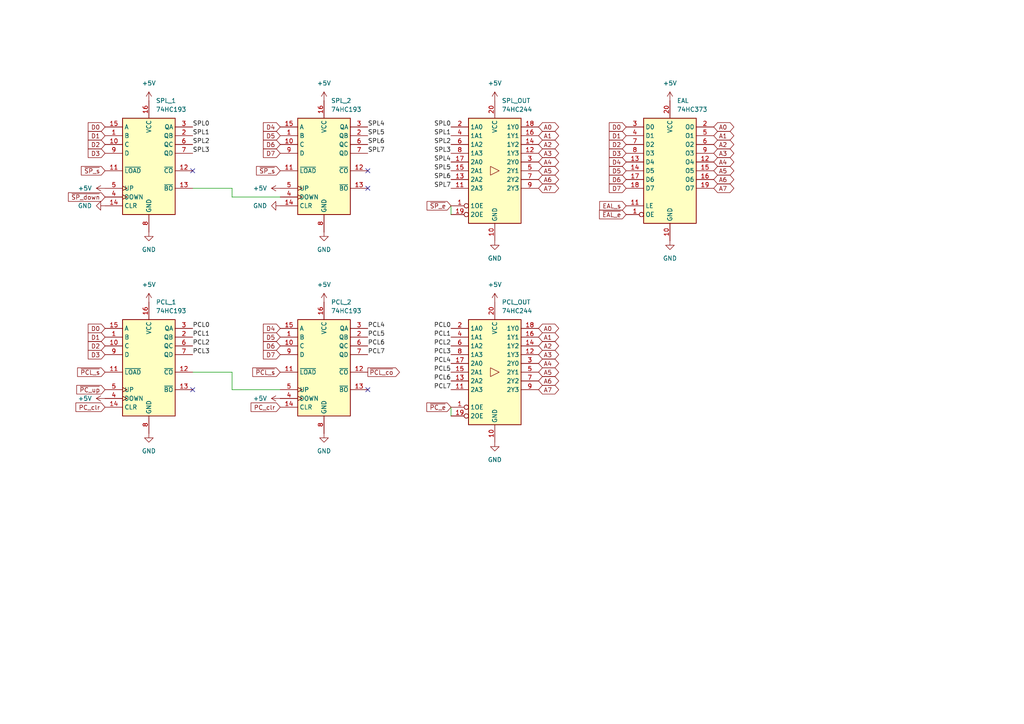
<source format=kicad_sch>
(kicad_sch (version 20211123) (generator eeschema)
  (paper "A4")
  (lib_symbols
    (symbol "74xx:74HC244"
      (property "Reference" "U" (at -7.62 16.51 0))
      (property "Value" "74HC244" (at -7.62 -16.51 0))
      (symbol "74HC244_1_0"
        (polyline (pts (xy 1.27 0) (xy -1.27 1.27) (xy -1.27 -1.27) (xy 1.27 0)) (stroke (width 0.1524)))
        (pin input inverted (at -12.7 -10.16 0) (length 5.08) (name "1OE") (number "1"))
        (pin power_in line (at 0 -20.32 90) (length 5.08) (name "GND") (number "10"))
        (pin input line (at -12.7 -5.08 0) (length 5.08) (name "2A3") (number "11"))
        (pin tri_state line (at 12.7 5.08 180) (length 5.08) (name "1Y3") (number "12"))
        (pin input line (at -12.7 -2.54 0) (length 5.08) (name "2A2") (number "13"))
        (pin tri_state line (at 12.7 7.62 180) (length 5.08) (name "1Y2") (number "14"))
        (pin input line (at -12.7 0 0) (length 5.08) (name "2A1") (number "15"))
        (pin tri_state line (at 12.7 10.16 180) (length 5.08) (name "1Y1") (number "16"))
        (pin input line (at -12.7 2.54 0) (length 5.08) (name "2A0") (number "17"))
        (pin tri_state line (at 12.7 12.7 180) (length 5.08) (name "1Y0") (number "18"))
        (pin input inverted (at -12.7 -12.7 0) (length 5.08) (name "2OE") (number "19"))
        (pin input line (at -12.7 12.7 0) (length 5.08) (name "1A0") (number "2"))
        (pin power_in line (at 0 20.32 270) (length 5.08) (name "VCC") (number "20"))
        (pin tri_state line (at 12.7 2.54 180) (length 5.08) (name "2Y0") (number "3"))
        (pin input line (at -12.7 10.16 0) (length 5.08) (name "1A1") (number "4"))
        (pin tri_state line (at 12.7 0 180) (length 5.08) (name "2Y1") (number "5"))
        (pin input line (at -12.7 7.62 0) (length 5.08) (name "1A2") (number "6"))
        (pin tri_state line (at 12.7 -2.54 180) (length 5.08) (name "2Y2") (number "7"))
        (pin input line (at -12.7 5.08 0) (length 5.08) (name "1A3") (number "8"))
        (pin tri_state line (at 12.7 -5.08 180) (length 5.08) (name "2Y3") (number "9"))
      )
      (symbol "74HC244_1_1"
        (rectangle (start -7.62 15.24) (end 7.62 -15.24) (stroke (width 0.254)) (fill (type background)))
      )
    )
    (symbol "74xx:74HC373"
      (property "Reference" "U" (at -7.62 16.51 0))
      (property "Value" "74HC373" (at -7.62 -16.51 0))
      (symbol "74HC373_1_0"
        (pin input inverted (at -12.7 -12.7 0) (length 5.08) (name "OE") (number "1"))
        (pin power_in line (at 0 -20.32 90) (length 5.08) (name "GND") (number "10"))
        (pin input line (at -12.7 -10.16 0) (length 5.08) (name "LE") (number "11"))
        (pin tri_state line (at 12.7 2.54 180) (length 5.08) (name "O4") (number "12"))
        (pin input line (at -12.7 2.54 0) (length 5.08) (name "D4") (number "13"))
        (pin input line (at -12.7 0 0) (length 5.08) (name "D5") (number "14"))
        (pin tri_state line (at 12.7 0 180) (length 5.08) (name "O5") (number "15"))
        (pin tri_state line (at 12.7 -2.54 180) (length 5.08) (name "O6") (number "16"))
        (pin input line (at -12.7 -2.54 0) (length 5.08) (name "D6") (number "17"))
        (pin input line (at -12.7 -5.08 0) (length 5.08) (name "D7") (number "18"))
        (pin tri_state line (at 12.7 -5.08 180) (length 5.08) (name "O7") (number "19"))
        (pin tri_state line (at 12.7 12.7 180) (length 5.08) (name "O0") (number "2"))
        (pin power_in line (at 0 20.32 270) (length 5.08) (name "VCC") (number "20"))
        (pin input line (at -12.7 12.7 0) (length 5.08) (name "D0") (number "3"))
        (pin input line (at -12.7 10.16 0) (length 5.08) (name "D1") (number "4"))
        (pin tri_state line (at 12.7 10.16 180) (length 5.08) (name "O1") (number "5"))
        (pin tri_state line (at 12.7 7.62 180) (length 5.08) (name "O2") (number "6"))
        (pin input line (at -12.7 7.62 0) (length 5.08) (name "D2") (number "7"))
        (pin input line (at -12.7 5.08 0) (length 5.08) (name "D3") (number "8"))
        (pin tri_state line (at 12.7 5.08 180) (length 5.08) (name "O3") (number "9"))
      )
      (symbol "74HC373_1_1"
        (rectangle (start -7.62 15.24) (end 7.62 -15.24) (stroke (width 0.254)) (fill (type background)))
      )
    )
    (symbol "74xx:74LS193"
      (property "Reference" "U" (at -7.62 13.97 0))
      (property "Value" "74LS193" (at 5.08 13.97 0))
      (symbol "74LS193_1_0"
        (pin input line (at -12.7 7.62 0) (length 5.08) (name "B") (number "1"))
        (pin input line (at -12.7 5.08 0) (length 5.08) (name "C") (number "10"))
        (pin input line (at -12.7 -2.54 0) (length 5.08) (name "~{LOAD}") (number "11"))
        (pin output line (at 12.7 -2.54 180) (length 5.08) (name "~{CO}") (number "12"))
        (pin output line (at 12.7 -7.62 180) (length 5.08) (name "~{BO}") (number "13"))
        (pin input line (at -12.7 -12.7 0) (length 5.08) (name "CLR") (number "14"))
        (pin input line (at -12.7 10.16 0) (length 5.08) (name "A") (number "15"))
        (pin power_in line (at 0 17.78 270) (length 5.08) (name "VCC") (number "16"))
        (pin output line (at 12.7 7.62 180) (length 5.08) (name "QB") (number "2"))
        (pin output line (at 12.7 10.16 180) (length 5.08) (name "QA") (number "3"))
        (pin input clock (at -12.7 -10.16 0) (length 5.08) (name "DOWN") (number "4"))
        (pin input clock (at -12.7 -7.62 0) (length 5.08) (name "UP") (number "5"))
        (pin output line (at 12.7 5.08 180) (length 5.08) (name "QC") (number "6"))
        (pin output line (at 12.7 2.54 180) (length 5.08) (name "QD") (number "7"))
        (pin power_in line (at 0 -20.32 90) (length 5.08) (name "GND") (number "8"))
        (pin input line (at -12.7 2.54 0) (length 5.08) (name "D") (number "9"))
      )
      (symbol "74LS193_1_1"
        (rectangle (start -7.62 12.7) (end 7.62 -15.24) (stroke (width 0.254)) (fill (type background)))
      )
    )
    (symbol "power:+5V" (power) (pin_names (offset 0))
      (property "Value" "+5V" (at 0 3.556 0))
      (symbol "+5V_0_1"
        (polyline (pts (xy -0.762 1.27) (xy 0 2.54)))
        (polyline (pts (xy 0 0) (xy 0 2.54)))
        (polyline (pts (xy 0 2.54) (xy 0.762 1.27)))
      )
      (symbol "+5V_1_1"
        (pin power_in line (at 0 0 90) (length 0) hide (name "+5V") (number "1"))
      )
    )
    (symbol "power:GND" (power) (pin_names (offset 0))
      (property "Value" "GND" (at 0 -3.81 0))
      (symbol "GND_0_1"
        (polyline (pts (xy 0 0) (xy 0 -1.27) (xy 1.27 -1.27) (xy 0 -2.54) (xy -1.27 -1.27) (xy 0 -1.27)))
      )
      (symbol "GND_1_1"
        (pin power_in line (at 0 0 270) (length 0) hide (name "GND") (number "1"))
      )
    )
  )
  (no_connect (at 106.68 49.53))
  (no_connect (at 55.88 49.53))
  (no_connect (at 106.68 54.61))
  (no_connect (at 55.88 113.03))
  (no_connect (at 106.68 113.03))
  (wire (pts (xy 67.31 107.95) (xy 67.31 113.03)))
  (wire (pts (xy 67.31 113.03) (xy 81.28 113.03)))
  (wire (pts (xy 67.31 54.61) (xy 67.31 57.15)))
  (wire (pts (xy 67.31 57.15) (xy 81.28 57.15)))
  (wire (pts (xy 55.88 54.61) (xy 67.31 54.61)))
  (wire (pts (xy 55.88 107.95) (xy 67.31 107.95)))
  (wire (pts (xy 130.81 59.69) (xy 130.81 62.23)))
  (wire (pts (xy 130.81 118.11) (xy 130.81 120.65)))
  (label "PCL4" (at 130.81 105.41 180))
  (label "PCL1" (at 130.81 97.79 180))
  (label "PCL7" (at 130.81 113.03 180))
  (label "PCL2" (at 55.88 100.33 0))
  (label "PCL2" (at 130.81 100.33 180))
  (label "PCL6" (at 106.68 100.33 0))
  (label "PCL3" (at 130.81 102.87 180))
  (label "PCL3" (at 55.88 102.87 0))
  (label "SPL0" (at 55.88 36.83 0))
  (label "SPL7" (at 130.81 54.61 180))
  (label "SPL1" (at 130.81 39.37 180))
  (label "SPL4" (at 106.68 36.83 0))
  (label "SPL3" (at 130.81 44.45 180))
  (label "SPL1" (at 55.88 39.37 0))
  (label "PCL0" (at 55.88 95.25 0))
  (label "PCL5" (at 106.68 97.79 0))
  (label "SPL3" (at 55.88 44.45 0))
  (label "SPL2" (at 55.88 41.91 0))
  (label "PCL5" (at 130.81 107.95 180))
  (label "PCL7" (at 106.68 102.87 0))
  (label "SPL4" (at 130.81 46.99 180))
  (label "SPL2" (at 130.81 41.91 180))
  (label "PCL1" (at 55.88 97.79 0))
  (label "SPL0" (at 130.81 36.83 180))
  (label "PCL0" (at 130.81 95.25 180))
  (label "SPL7" (at 106.68 44.45 0))
  (label "SPL6" (at 106.68 41.91 0))
  (label "SPL5" (at 130.81 49.53 180))
  (label "SPL6" (at 130.81 52.07 180))
  (label "PCL4" (at 106.68 95.25 0))
  (label "PCL6" (at 130.81 110.49 180))
  (label "SPL5" (at 106.68 39.37 0))
  (global_label "EAL_s" (shape input) (at 181.61 59.69 180) (property "Intersheet References" "${INTERSHEET_REFS}" (effects hide)))
  (global_label "A5" (shape tri_state) (at 207.01 49.53 0) (property "Intersheet References" "${INTERSHEET_REFS}" (effects hide)))
  (global_label "A0" (shape tri_state) (at 207.01 36.83 0) (property "Intersheet References" "${INTERSHEET_REFS}" (effects hide)))
  (global_label "D3" (shape input) (at 30.48 44.45 180) (property "Intersheet References" "${INTERSHEET_REFS}" (effects hide)))
  (global_label "A0" (shape tri_state) (at 156.21 95.25 0) (property "Intersheet References" "${INTERSHEET_REFS}" (effects hide)))
  (global_label "A3" (shape tri_state) (at 207.01 44.45 0) (property "Intersheet References" "${INTERSHEET_REFS}" (effects hide)))
  (global_label "~{PC_up}" (shape input) (at 30.48 113.03 180) (property "Intersheet References" "${INTERSHEET_REFS}" (effects hide)))
  (global_label "A7" (shape tri_state) (at 207.01 54.61 0) (property "Intersheet References" "${INTERSHEET_REFS}" (effects hide)))
  (global_label "PC_clr" (shape input) (at 81.28 118.11 180) (property "Intersheet References" "${INTERSHEET_REFS}" (effects hide)))
  (global_label "D6" (shape input) (at 81.28 41.91 180) (property "Intersheet References" "${INTERSHEET_REFS}" (effects hide)))
  (global_label "D5" (shape input) (at 181.61 49.53 180) (property "Intersheet References" "${INTERSHEET_REFS}" (effects hide)))
  (global_label "D0" (shape input) (at 181.61 36.83 180) (property "Intersheet References" "${INTERSHEET_REFS}" (effects hide)))
  (global_label "A2" (shape tri_state) (at 207.01 41.91 0) (property "Intersheet References" "${INTERSHEET_REFS}" (effects hide)))
  (global_label "D5" (shape input) (at 81.28 39.37 180) (property "Intersheet References" "${INTERSHEET_REFS}" (effects hide)))
  (global_label "~{PC_e}" (shape input) (at 130.81 118.11 180) (property "Intersheet References" "${INTERSHEET_REFS}" (effects hide)))
  (global_label "D0" (shape input) (at 30.48 95.25 180) (property "Intersheet References" "${INTERSHEET_REFS}" (effects hide)))
  (global_label "A3" (shape tri_state) (at 156.21 44.45 0) (property "Intersheet References" "${INTERSHEET_REFS}" (effects hide)))
  (global_label "~{PCL_co}" (shape output) (at 106.68 107.95 0) (property "Intersheet References" "${INTERSHEET_REFS}" (effects hide)))
  (global_label "D5" (shape input) (at 81.28 97.79 180) (property "Intersheet References" "${INTERSHEET_REFS}" (effects hide)))
  (global_label "D2" (shape input) (at 30.48 100.33 180) (property "Intersheet References" "${INTERSHEET_REFS}" (effects hide)))
  (global_label "D6" (shape input) (at 81.28 100.33 180) (property "Intersheet References" "${INTERSHEET_REFS}" (effects hide)))
  (global_label "D1" (shape input) (at 30.48 39.37 180) (property "Intersheet References" "${INTERSHEET_REFS}" (effects hide)))
  (global_label "A1" (shape tri_state) (at 207.01 39.37 0) (property "Intersheet References" "${INTERSHEET_REFS}" (effects hide)))
  (global_label "D7" (shape input) (at 81.28 102.87 180) (property "Intersheet References" "${INTERSHEET_REFS}" (effects hide)))
  (global_label "D7" (shape input) (at 181.61 54.61 180) (property "Intersheet References" "${INTERSHEET_REFS}" (effects hide)))
  (global_label "A0" (shape tri_state) (at 156.21 36.83 0) (property "Intersheet References" "${INTERSHEET_REFS}" (effects hide)))
  (global_label "A4" (shape tri_state) (at 207.01 46.99 0) (property "Intersheet References" "${INTERSHEET_REFS}" (effects hide)))
  (global_label "A2" (shape tri_state) (at 156.21 41.91 0) (property "Intersheet References" "${INTERSHEET_REFS}" (effects hide)))
  (global_label "~{SP_down}" (shape input) (at 30.48 57.15 180) (property "Intersheet References" "${INTERSHEET_REFS}" (effects hide)))
  (global_label "D2" (shape input) (at 181.61 41.91 180) (property "Intersheet References" "${INTERSHEET_REFS}" (effects hide)))
  (global_label "A6" (shape tri_state) (at 207.01 52.07 0) (property "Intersheet References" "${INTERSHEET_REFS}" (effects hide)))
  (global_label "D1" (shape input) (at 181.61 39.37 180) (property "Intersheet References" "${INTERSHEET_REFS}" (effects hide)))
  (global_label "D1" (shape input) (at 30.48 97.79 180) (property "Intersheet References" "${INTERSHEET_REFS}" (effects hide)))
  (global_label "D4" (shape input) (at 81.28 36.83 180) (property "Intersheet References" "${INTERSHEET_REFS}" (effects hide)))
  (global_label "~{EAL_e}" (shape input) (at 181.61 62.23 180) (property "Intersheet References" "${INTERSHEET_REFS}" (effects hide)))
  (global_label "D6" (shape input) (at 181.61 52.07 180) (property "Intersheet References" "${INTERSHEET_REFS}" (effects hide)))
  (global_label "~{SP_s}" (shape input) (at 30.48 49.53 180) (property "Intersheet References" "${INTERSHEET_REFS}" (effects hide)))
  (global_label "D7" (shape input) (at 81.28 44.45 180) (property "Intersheet References" "${INTERSHEET_REFS}" (effects hide)))
  (global_label "A6" (shape tri_state) (at 156.21 110.49 0) (property "Intersheet References" "${INTERSHEET_REFS}" (effects hide)))
  (global_label "PC_clr" (shape input) (at 30.48 118.11 180) (property "Intersheet References" "${INTERSHEET_REFS}" (effects hide)))
  (global_label "A1" (shape tri_state) (at 156.21 97.79 0) (property "Intersheet References" "${INTERSHEET_REFS}" (effects hide)))
  (global_label "~{SP_e}" (shape input) (at 130.81 59.69 180) (property "Intersheet References" "${INTERSHEET_REFS}" (effects hide)))
  (global_label "~{PCL_s}" (shape input) (at 30.48 107.95 180) (property "Intersheet References" "${INTERSHEET_REFS}" (effects hide)))
  (global_label "A7" (shape tri_state) (at 156.21 54.61 0) (property "Intersheet References" "${INTERSHEET_REFS}" (effects hide)))
  (global_label "D2" (shape input) (at 30.48 41.91 180) (property "Intersheet References" "${INTERSHEET_REFS}" (effects hide)))
  (global_label "A6" (shape tri_state) (at 156.21 52.07 0) (property "Intersheet References" "${INTERSHEET_REFS}" (effects hide)))
  (global_label "A4" (shape tri_state) (at 156.21 105.41 0) (property "Intersheet References" "${INTERSHEET_REFS}" (effects hide)))
  (global_label "A7" (shape tri_state) (at 156.21 113.03 0) (property "Intersheet References" "${INTERSHEET_REFS}" (effects hide)))
  (global_label "~{PCL_s}" (shape input) (at 81.28 107.95 180) (property "Intersheet References" "${INTERSHEET_REFS}" (effects hide)))
  (global_label "A2" (shape tri_state) (at 156.21 100.33 0) (property "Intersheet References" "${INTERSHEET_REFS}" (effects hide)))
  (global_label "A5" (shape tri_state) (at 156.21 107.95 0) (property "Intersheet References" "${INTERSHEET_REFS}" (effects hide)))
  (global_label "D3" (shape input) (at 181.61 44.45 180) (property "Intersheet References" "${INTERSHEET_REFS}" (effects hide)))
  (global_label "D4" (shape input) (at 81.28 95.25 180) (property "Intersheet References" "${INTERSHEET_REFS}" (effects hide)))
  (global_label "A5" (shape tri_state) (at 156.21 49.53 0) (property "Intersheet References" "${INTERSHEET_REFS}" (effects hide)))
  (global_label "D3" (shape input) (at 30.48 102.87 180) (property "Intersheet References" "${INTERSHEET_REFS}" (effects hide)))
  (global_label "D0" (shape input) (at 30.48 36.83 180) (property "Intersheet References" "${INTERSHEET_REFS}" (effects hide)))
  (global_label "~{SP_s}" (shape input) (at 81.28 49.53 180) (property "Intersheet References" "${INTERSHEET_REFS}" (effects hide)))
  (global_label "A4" (shape tri_state) (at 156.21 46.99 0) (property "Intersheet References" "${INTERSHEET_REFS}" (effects hide)))
  (global_label "A1" (shape tri_state) (at 156.21 39.37 0) (property "Intersheet References" "${INTERSHEET_REFS}" (effects hide)))
  (global_label "D4" (shape input) (at 181.61 46.99 180) (property "Intersheet References" "${INTERSHEET_REFS}" (effects hide)))
  (global_label "A3" (shape tri_state) (at 156.21 102.87 0) (property "Intersheet References" "${INTERSHEET_REFS}" (effects hide)))
  (symbol (lib_id "power:+5V") (at 93.98 29.21 0) (unit 1)
    (property "Reference" "#PWR0157" (effects hide))
    (property "Value" "+5V" (at 93.98 24.13 0))
  )
  (symbol (lib_id "74xx:74HC373") (at 194.31 49.53 0) (unit 1)
    (property "Reference" "EAL" (at 196.3294 29.21 0) (effects (justify left)))
    (property "Value" "74HC373" (at 196.3294 31.75 0) (effects (justify left)))
    (property "Datasheet" "https://www.ti.com/lit/ds/symlink/cd54hc373.pdf" (effects hide))
  )
  (symbol (lib_id "74xx:74LS193") (at 43.18 105.41 0) (unit 1)
    (property "Reference" "PCL_1" (at 45.1994 87.63 0) (effects (justify left)))
    (property "Value" "74HC193" (at 45.1994 90.17 0) (effects (justify left)))
    (property "Datasheet" "http://www.ti.com/lit/ds/symlink/sn74ls193.pdf" (effects hide))
  )
  (symbol (lib_id "power:+5V") (at 81.28 54.61 90) (unit 1)
    (property "Reference" "#PWR0152" (effects hide))
    (property "Value" "+5V" (at 77.47 54.6099 90) (effects (justify left)))
  )
  (symbol (lib_id "power:+5V") (at 194.31 29.21 0) (unit 1)
    (property "Reference" "#PWR0160" (effects hide))
    (property "Value" "+5V" (at 194.31 24.13 0))
  )
  (symbol (lib_id "74xx:74LS193") (at 93.98 105.41 0) (unit 1)
    (property "Reference" "PCL_2" (at 95.9994 87.63 0) (effects (justify left)))
    (property "Value" "74HC193" (at 95.9994 90.17 0) (effects (justify left)))
    (property "Datasheet" "http://www.ti.com/lit/ds/symlink/sn74ls193.pdf" (effects hide))
  )
  (symbol (lib_id "74xx:74HC244") (at 143.51 49.53 0) (unit 1)
    (property "Reference" "SPL_OUT" (at 145.5294 29.21 0) (effects (justify left)))
    (property "Value" "74HC244" (at 145.5294 31.75 0) (effects (justify left)))
    (property "Datasheet" "https://assets.nexperia.com/documents/data-sheet/74HC_HCT244.pdf" (effects hide))
  )
  (symbol (lib_id "power:GND") (at 43.18 125.73 0) (unit 1)
    (property "Reference" "#PWR0164" (effects hide))
    (property "Value" "GND" (at 43.18 130.81 0))
  )
  (symbol (lib_id "power:+5V") (at 143.51 29.21 0) (unit 1)
    (property "Reference" "#PWR0156" (effects hide))
    (property "Value" "+5V" (at 143.51 24.13 0))
  )
  (symbol (lib_id "power:GND") (at 194.31 69.85 0) (unit 1)
    (property "Reference" "#PWR0159" (effects hide))
    (property "Value" "GND" (at 194.31 74.93 0))
  )
  (symbol (lib_id "power:GND") (at 43.18 67.31 0) (unit 1)
    (property "Reference" "#PWR0151" (effects hide))
    (property "Value" "GND" (at 43.18 72.39 0))
  )
  (symbol (lib_id "power:+5V") (at 81.28 115.57 90) (unit 1)
    (property "Reference" "#PWR0166" (effects hide))
    (property "Value" "+5V" (at 77.47 115.5699 90) (effects (justify left)))
  )
  (symbol (lib_id "power:GND") (at 30.48 59.69 270) (unit 1)
    (property "Reference" "#PWR0154" (effects hide))
    (property "Value" "GND" (at 26.67 59.6899 90) (effects (justify right)))
  )
  (symbol (lib_id "74xx:74LS193") (at 93.98 46.99 0) (unit 1)
    (property "Reference" "SPL_2" (at 95.9994 29.21 0) (effects (justify left)))
    (property "Value" "74HC193" (at 95.9994 31.75 0) (effects (justify left)))
    (property "Datasheet" "http://www.ti.com/lit/ds/symlink/sn74ls193.pdf" (effects hide))
  )
  (symbol (lib_id "power:+5V") (at 30.48 115.57 90) (unit 1)
    (property "Reference" "#PWR0165" (effects hide))
    (property "Value" "+5V" (at 26.67 115.5699 90) (effects (justify left)))
  )
  (symbol (lib_id "power:GND") (at 93.98 125.73 0) (unit 1)
    (property "Reference" "#PWR0167" (effects hide))
    (property "Value" "GND" (at 93.98 130.81 0))
  )
  (symbol (lib_id "power:+5V") (at 43.18 87.63 0) (unit 1)
    (property "Reference" "#PWR0169" (effects hide))
    (property "Value" "+5V" (at 43.18 82.55 0))
  )
  (symbol (lib_id "74xx:74HC244") (at 143.51 107.95 0) (unit 1)
    (property "Reference" "PCL_OUT" (at 145.5294 87.63 0) (effects (justify left)))
    (property "Value" "74HC244" (at 145.5294 90.17 0) (effects (justify left)))
    (property "Datasheet" "https://assets.nexperia.com/documents/data-sheet/74HC_HCT244.pdf" (effects hide))
  )
  (symbol (lib_id "power:+5V") (at 43.18 29.21 0) (unit 1)
    (property "Reference" "#PWR0150" (effects hide))
    (property "Value" "+5V" (at 43.18 24.13 0))
  )
  (symbol (lib_id "74xx:74LS193") (at 43.18 46.99 0) (unit 1)
    (property "Reference" "SPL_1" (at 45.1994 29.21 0) (effects (justify left)))
    (property "Value" "74HC193" (at 45.1994 31.75 0) (effects (justify left)))
    (property "Datasheet" "http://www.ti.com/lit/ds/symlink/sn74ls193.pdf" (effects hide))
  )
  (symbol (lib_id "power:GND") (at 143.51 69.85 0) (unit 1)
    (property "Reference" "#PWR0161" (effects hide))
    (property "Value" "GND" (at 143.51 74.93 0))
  )
  (symbol (lib_id "power:+5V") (at 93.98 87.63 0) (unit 1)
    (property "Reference" "#PWR0168" (effects hide))
    (property "Value" "+5V" (at 93.98 82.55 0))
  )
  (symbol (lib_id "power:GND") (at 81.28 59.69 270) (unit 1)
    (property "Reference" "#PWR0153" (effects hide))
    (property "Value" "GND" (at 77.47 59.6899 90) (effects (justify right)))
  )
  (symbol (lib_id "power:GND") (at 93.98 67.31 0) (unit 1)
    (property "Reference" "#PWR0158" (effects hide))
    (property "Value" "GND" (at 93.98 72.39 0))
  )
  (symbol (lib_id "power:+5V") (at 30.48 54.61 90) (unit 1)
    (property "Reference" "#PWR0155" (effects hide))
    (property "Value" "+5V" (at 26.67 54.6099 90) (effects (justify left)))
  )
  (symbol (lib_id "power:+5V") (at 143.51 87.63 0) (unit 1)
    (property "Reference" "#PWR0162" (effects hide))
    (property "Value" "+5V" (at 143.51 82.55 0))
  )
  (symbol (lib_id "power:GND") (at 143.51 128.27 0) (unit 1)
    (property "Reference" "#PWR0163" (effects hide))
    (property "Value" "GND" (at 143.51 133.35 0))
  )
)
</source>
